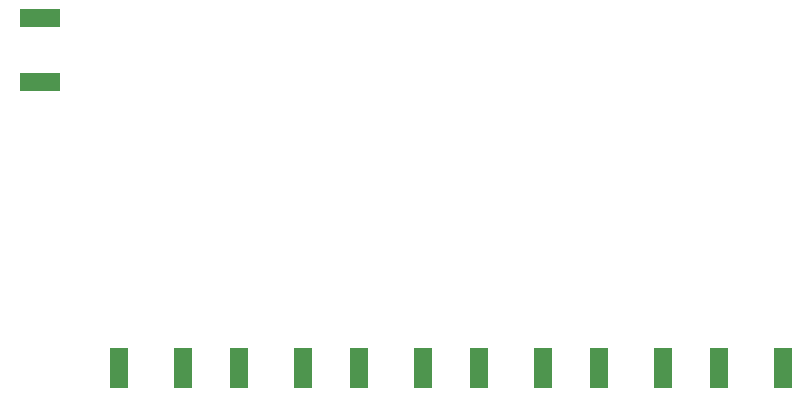
<source format=gbr>
%TF.GenerationSoftware,KiCad,Pcbnew,8.0.3*%
%TF.CreationDate,2024-06-20T11:56:58+02:00*%
%TF.ProjectId,Mux Brd V1,4d757820-4272-4642-9056-312e6b696361,rev?*%
%TF.SameCoordinates,Original*%
%TF.FileFunction,Paste,Bot*%
%TF.FilePolarity,Positive*%
%FSLAX46Y46*%
G04 Gerber Fmt 4.6, Leading zero omitted, Abs format (unit mm)*
G04 Created by KiCad (PCBNEW 8.0.3) date 2024-06-20 11:56:58*
%MOMM*%
%LPD*%
G01*
G04 APERTURE LIST*
%ADD10R,3.500000X1.500000*%
%ADD11R,1.500000X3.500000*%
G04 APERTURE END LIST*
D10*
%TO.C,RP-Out-1*%
X28702000Y-86200000D03*
X28702000Y-91600000D03*
%TD*%
D11*
%TO.C,SiPM-In-1*%
X35400000Y-115824000D03*
X40800000Y-115824000D03*
%TD*%
%TO.C,SiPM-In-2*%
X45560000Y-115824000D03*
X50960000Y-115824000D03*
%TD*%
%TO.C,SiPM-In-3*%
X55720000Y-115824000D03*
X61120000Y-115824000D03*
%TD*%
%TO.C,SiPM-In-4*%
X65880000Y-115824000D03*
X71280000Y-115824000D03*
%TD*%
%TO.C,SiPM-In-5*%
X76040000Y-115824000D03*
X81440000Y-115824000D03*
%TD*%
%TO.C,SiPM-In-6*%
X86200000Y-115824000D03*
X91600000Y-115824000D03*
%TD*%
M02*

</source>
